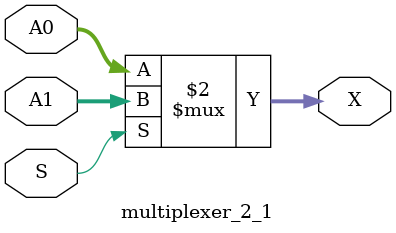
<source format=v>
module carry_select_adder(S, C, A, B);
   output [7:0] S;   // The 8-bit sum.
   output 	C;   // The 1-bit carry.
   input [7:0] 	A;   // The 8-bit augend.
   input [7:0] 	B;   // The 8-bit addend.

   wire [3:0] 	S0;   // High nibble sum output with carry input 0.
   wire [3:0] 	S1;   // High nibble sum output with carry input 1.
   wire 	C0;   // High nibble carry output with carry input 0.
   wire 	C1;   // High nibble carry output with carry input 1.
   wire 	Clow; // Low nibble carry output used to select multiplexer output.
    
   ripple_carry_adder rc_low_nibble_0(S[3:0], Clow, A[3:0], B[3:0], 0);  // Calculate S low nibble.
   ripple_carry_adder rc_high_nibble_0(S0, C0, A[7:4], B[7:4], 0);       // Calcualte S high nibble with carry input 0.
   ripple_carry_adder rc_high_nibble_1(S1, C1, A[7:4], B[7:4], 1);       // Calcualte S high nibble with carry input 1.
   multiplexer_2_1 #(4) muxs(S[7:4], S0, S1, Clow);  // Clow selects the high nibble result for S.
   multiplexer_2_1 #(1) muxc(C, C0, C1, Clow);       // Clow selects the carry output.
endmodule // carry_select_adder

module ripple_carry_adder(S, C, A, B, Cin);
   output [3:0] S;   // The 4-bit sum.
   output 	C;   // The 1-bit carry.
   input [3:0] 	A;   // The 4-bit augend.
   input [3:0] 	B;   // The 4-bit addend.
   input 	Cin; // The carry input.
 	
   wire 	C0; // The carry out bit of fa0, the carry in bit of fa1.
   wire 	C1; // The carry out bit of fa1, the carry in bit of fa2.
   wire 	C2; // The carry out bit of fa2, the carry in bit of fa3.
	
   full_adder fa0(S[0], C0, A[0], B[0], Cin);    // Least significant bit.
   full_adder fa1(S[1], C1, A[1], B[1], C0);
   full_adder fa2(S[2], C2, A[2], B[2], C1);
   full_adder fa3(S[3], C, A[3], B[3], C2);    // Most significant bit.
endmodule // ripple_carry_adder

module full_adder(S, Cout, A, B, Cin);
   output S;
   output Cout;
   input  A;
   input  B;
   input  Cin;
   
   wire   w1;
   wire   w2;
   wire   w3;
   wire   w4;
   
   xor(w1, A, B);
   xor(S, Cin, w1);
   and(w2, A, B);   
   and(w3, A, Cin);
   and(w4, B, Cin);   
   or(Cout, w2, w3, w4);
endmodule // full_adder

module multiplexer_2_1(X, A0, A1, S);
   parameter WIDTH=16;     // How many bits wide are the lines

   output [WIDTH-1:0] X;   // The output line

   input [WIDTH-1:0]  A1;  // Input line with id 1'b1
   input [WIDTH-1:0]  A0;  // Input line with id 1'b0
   input 	      S;  // Selection bit
   
   assign X = (S == 1'b0) ? A0 : A1;
endmodule // multiplexer_2_1

</source>
